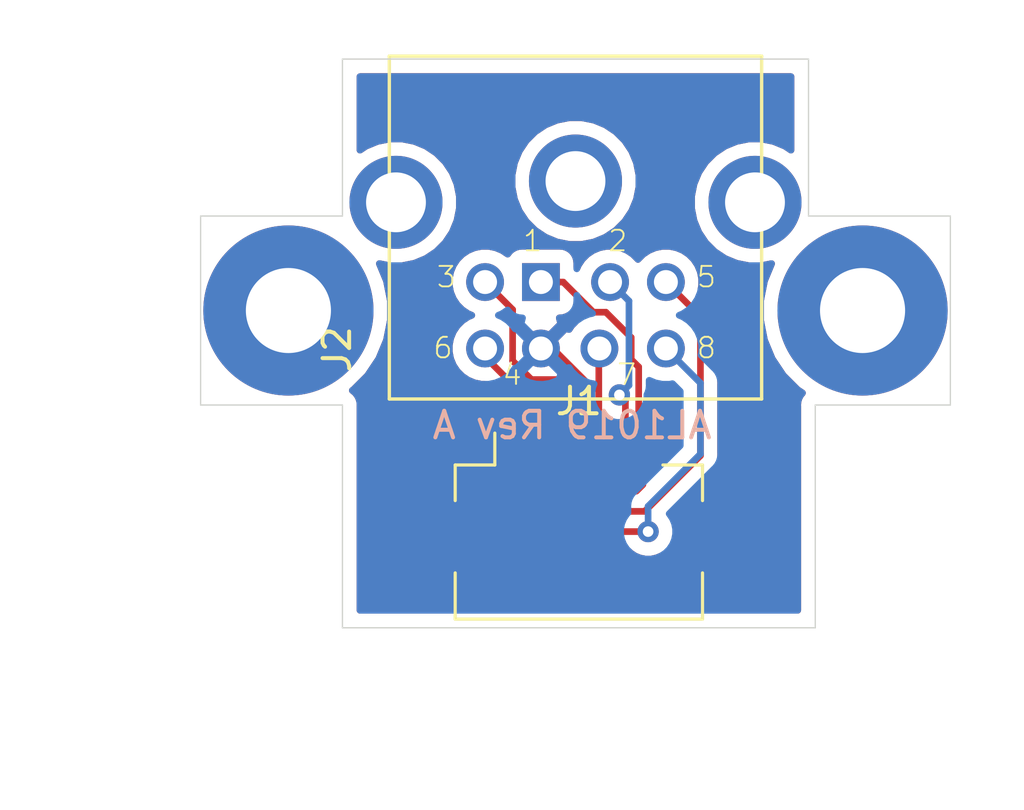
<source format=kicad_pcb>
(kicad_pcb (version 20171130) (host pcbnew 5.1.12-84ad8e8a86~92~ubuntu20.04.1)

  (general
    (thickness 1.6)
    (drawings 13)
    (tracks 57)
    (zones 0)
    (modules 4)
    (nets 10)
  )

  (page A4)
  (layers
    (0 F.Cu signal)
    (31 B.Cu signal)
    (32 B.Adhes user)
    (33 F.Adhes user)
    (34 B.Paste user)
    (35 F.Paste user)
    (36 B.SilkS user)
    (37 F.SilkS user)
    (38 B.Mask user)
    (39 F.Mask user)
    (40 Dwgs.User user)
    (41 Cmts.User user)
    (42 Eco1.User user)
    (43 Eco2.User user)
    (44 Edge.Cuts user)
    (45 Margin user)
    (46 B.CrtYd user)
    (47 F.CrtYd user)
    (48 B.Fab user)
    (49 F.Fab user)
  )

  (setup
    (last_trace_width 0.25)
    (trace_clearance 0.2)
    (zone_clearance 0.508)
    (zone_45_only no)
    (trace_min 0.2)
    (via_size 0.8)
    (via_drill 0.4)
    (via_min_size 0.4)
    (via_min_drill 0.3)
    (uvia_size 0.3)
    (uvia_drill 0.1)
    (uvias_allowed no)
    (uvia_min_size 0.2)
    (uvia_min_drill 0.1)
    (edge_width 0.05)
    (segment_width 0.2)
    (pcb_text_width 0.3)
    (pcb_text_size 1.5 1.5)
    (mod_edge_width 0.12)
    (mod_text_size 1 1)
    (mod_text_width 0.15)
    (pad_size 1.524 1.524)
    (pad_drill 0.762)
    (pad_to_mask_clearance 0)
    (aux_axis_origin 0 0)
    (visible_elements FFFFFF7F)
    (pcbplotparams
      (layerselection 0x010fc_ffffffff)
      (usegerberextensions true)
      (usegerberattributes true)
      (usegerberadvancedattributes true)
      (creategerberjobfile true)
      (excludeedgelayer true)
      (linewidth 0.150000)
      (plotframeref false)
      (viasonmask false)
      (mode 1)
      (useauxorigin false)
      (hpglpennumber 1)
      (hpglpenspeed 20)
      (hpglpendiameter 15.000000)
      (psnegative false)
      (psa4output false)
      (plotreference true)
      (plotvalue false)
      (plotinvisibletext false)
      (padsonsilk false)
      (subtractmaskfromsilk false)
      (outputformat 1)
      (mirror false)
      (drillshape 0)
      (scaleselection 1)
      (outputdirectory "cam/"))
  )

  (net 0 "")
  (net 1 /GPi)
  (net 2 /HSKo)
  (net 3 /HSKi)
  (net 4 /RXD-)
  (net 5 /RXD+)
  (net 6 /TXD-)
  (net 7 /TXD+)
  (net 8 GND)
  (net 9 +5V)

  (net_class Default "This is the default net class."
    (clearance 0.2)
    (trace_width 0.25)
    (via_dia 0.8)
    (via_drill 0.4)
    (uvia_dia 0.3)
    (uvia_drill 0.1)
    (add_net +5V)
    (add_net /GPi)
    (add_net /HSKi)
    (add_net /HSKo)
    (add_net /RXD+)
    (add_net /RXD-)
    (add_net /TXD+)
    (add_net /TXD-)
    (add_net GND)
  )

  (module Connector_FFC-FPC:Hirose_FH12-12S-0.5SH_1x12-1MP_P0.50mm_Horizontal (layer F.Cu) (tedit 5D24667B) (tstamp 61AF5BB6)
    (at 67.056 46.736)
    (descr "Hirose FH12, FFC/FPC connector, FH12-12S-0.5SH, 12 Pins per row (https://www.hirose.com/product/en/products/FH12/FH12-24S-0.5SH(55)/), generated with kicad-footprint-generator")
    (tags "connector Hirose FH12 horizontal")
    (path /61AF2236)
    (attr smd)
    (fp_text reference J1 (at 0 -3.7) (layer F.SilkS)
      (effects (font (size 1 1) (thickness 0.15)))
    )
    (fp_text value Conn_01x12 (at 0 5.6) (layer F.Fab)
      (effects (font (size 1 1) (thickness 0.15)))
    )
    (fp_text user %R (at 0 3.7) (layer F.Fab)
      (effects (font (size 1 1) (thickness 0.15)))
    )
    (fp_line (start 0 -1.2) (end -4.55 -1.2) (layer F.Fab) (width 0.1))
    (fp_line (start -4.55 -1.2) (end -4.55 3.4) (layer F.Fab) (width 0.1))
    (fp_line (start -4.55 3.4) (end -3.95 3.4) (layer F.Fab) (width 0.1))
    (fp_line (start -3.95 3.4) (end -3.95 3.7) (layer F.Fab) (width 0.1))
    (fp_line (start -3.95 3.7) (end -4.45 3.7) (layer F.Fab) (width 0.1))
    (fp_line (start -4.45 3.7) (end -4.45 4.4) (layer F.Fab) (width 0.1))
    (fp_line (start -4.45 4.4) (end 0 4.4) (layer F.Fab) (width 0.1))
    (fp_line (start 0 -1.2) (end 4.55 -1.2) (layer F.Fab) (width 0.1))
    (fp_line (start 4.55 -1.2) (end 4.55 3.4) (layer F.Fab) (width 0.1))
    (fp_line (start 4.55 3.4) (end 3.95 3.4) (layer F.Fab) (width 0.1))
    (fp_line (start 3.95 3.4) (end 3.95 3.7) (layer F.Fab) (width 0.1))
    (fp_line (start 3.95 3.7) (end 4.45 3.7) (layer F.Fab) (width 0.1))
    (fp_line (start 4.45 3.7) (end 4.45 4.4) (layer F.Fab) (width 0.1))
    (fp_line (start 4.45 4.4) (end 0 4.4) (layer F.Fab) (width 0.1))
    (fp_line (start -3.16 -1.3) (end -4.65 -1.3) (layer F.SilkS) (width 0.12))
    (fp_line (start -4.65 -1.3) (end -4.65 0.04) (layer F.SilkS) (width 0.12))
    (fp_line (start 3.16 -1.3) (end 4.65 -1.3) (layer F.SilkS) (width 0.12))
    (fp_line (start 4.65 -1.3) (end 4.65 0.04) (layer F.SilkS) (width 0.12))
    (fp_line (start -4.65 2.76) (end -4.65 4.5) (layer F.SilkS) (width 0.12))
    (fp_line (start -4.65 4.5) (end 4.65 4.5) (layer F.SilkS) (width 0.12))
    (fp_line (start 4.65 4.5) (end 4.65 2.76) (layer F.SilkS) (width 0.12))
    (fp_line (start -3.16 -1.3) (end -3.16 -2.5) (layer F.SilkS) (width 0.12))
    (fp_line (start -3.25 -1.2) (end -2.75 -0.492893) (layer F.Fab) (width 0.1))
    (fp_line (start -2.75 -0.492893) (end -2.25 -1.2) (layer F.Fab) (width 0.1))
    (fp_line (start -6.05 -3) (end -6.05 4.9) (layer F.CrtYd) (width 0.05))
    (fp_line (start -6.05 4.9) (end 6.05 4.9) (layer F.CrtYd) (width 0.05))
    (fp_line (start 6.05 4.9) (end 6.05 -3) (layer F.CrtYd) (width 0.05))
    (fp_line (start 6.05 -3) (end -6.05 -3) (layer F.CrtYd) (width 0.05))
    (pad 12 smd rect (at 2.75 -1.85) (size 0.3 1.3) (layers F.Cu F.Paste F.Mask)
      (net 9 +5V))
    (pad 11 smd rect (at 2.25 -1.85) (size 0.3 1.3) (layers F.Cu F.Paste F.Mask)
      (net 2 /HSKo))
    (pad 10 smd rect (at 1.75 -1.85) (size 0.3 1.3) (layers F.Cu F.Paste F.Mask)
      (net 3 /HSKi))
    (pad 9 smd rect (at 1.25 -1.85) (size 0.3 1.3) (layers F.Cu F.Paste F.Mask)
      (net 8 GND))
    (pad 8 smd rect (at 0.75 -1.85) (size 0.3 1.3) (layers F.Cu F.Paste F.Mask)
      (net 1 /GPi))
    (pad 7 smd rect (at 0.25 -1.85) (size 0.3 1.3) (layers F.Cu F.Paste F.Mask)
      (net 8 GND))
    (pad 6 smd rect (at -0.25 -1.85) (size 0.3 1.3) (layers F.Cu F.Paste F.Mask)
      (net 6 /TXD-))
    (pad 5 smd rect (at -0.75 -1.85) (size 0.3 1.3) (layers F.Cu F.Paste F.Mask)
      (net 7 /TXD+))
    (pad 4 smd rect (at -1.25 -1.85) (size 0.3 1.3) (layers F.Cu F.Paste F.Mask)
      (net 8 GND))
    (pad 3 smd rect (at -1.75 -1.85) (size 0.3 1.3) (layers F.Cu F.Paste F.Mask)
      (net 4 /RXD-))
    (pad 2 smd rect (at -2.25 -1.85) (size 0.3 1.3) (layers F.Cu F.Paste F.Mask)
      (net 5 /RXD+))
    (pad 1 smd rect (at -2.75 -1.85) (size 0.3 1.3) (layers F.Cu F.Paste F.Mask)
      (net 8 GND))
    (pad MP smd rect (at -4.65 1.4) (size 1.8 2.2) (layers F.Cu F.Paste F.Mask))
    (pad MP smd rect (at 4.65 1.4) (size 1.8 2.2) (layers F.Cu F.Paste F.Mask))
    (model ${KISYS3DMOD}/Connector_FFC-FPC.3dshapes/Hirose_FH12-12S-0.5SH_1x12-1MP_P0.50mm_Horizontal.wrl
      (at (xyz 0 0 0))
      (scale (xyz 1 1 1))
      (rotate (xyz 0 0 0))
    )
  )

  (module AL_Footprints:MINI_DIN8 (layer F.Cu) (tedit 6158B9D6) (tstamp 61544835)
    (at 66.929 34.753)
    (path /6154FF55)
    (fp_text reference J2 (at -8.382 7.284 -90) (layer F.SilkS)
      (effects (font (size 1 1) (thickness 0.15)) (justify left bottom))
    )
    (fp_text value Mini-DIN-8 (at -6.35 -2.59) (layer F.Fab)
      (effects (font (size 1.6891 1.6891) (thickness 0.16891)) (justify right bottom))
    )
    (fp_line (start 7 -4.7) (end -7 -4.7) (layer F.SilkS) (width 0.127))
    (fp_line (start -7 -4.7) (end -7 -0.25) (layer F.SilkS) (width 0.127))
    (fp_line (start -7 -0.25) (end -7 8.2) (layer F.SilkS) (width 0.127))
    (fp_line (start -7 8.2) (end 7 8.2) (layer F.SilkS) (width 0.127))
    (fp_line (start 7 8.2) (end 7 1.75) (layer F.SilkS) (width 0.127))
    (fp_line (start 7 1.75) (end 7 -0.25) (layer F.SilkS) (width 0.127))
    (fp_line (start 7 -0.25) (end 7 -4.7) (layer F.SilkS) (width 0.127))
    (fp_line (start 7 -0.25) (end 6.7 -0.25) (layer F.SilkS) (width 0.127))
    (fp_line (start 6.7 -0.25) (end 6.7 1.75) (layer F.SilkS) (width 0.127))
    (fp_line (start 6.7 1.75) (end 7 1.75) (layer F.SilkS) (width 0.127))
    (fp_line (start -7 -0.25) (end -6.7 -0.25) (layer F.SilkS) (width 0.127))
    (fp_line (start -6.7 -0.25) (end -6.7 1.75) (layer F.SilkS) (width 0.127))
    (fp_line (start -6.7 1.75) (end -6.95 1.75) (layer F.SilkS) (width 0.127))
    (fp_text user 4 (at -1.972 7.731 180) (layer F.SilkS)
      (effects (font (size 0.77216 0.77216) (thickness 0.065024)) (justify right bottom))
    )
    (fp_text user 4 (at -1.972 7.731 180) (layer F.SilkS)
      (effects (font (size 0.77216 0.77216) (thickness 0.065024)) (justify right bottom))
    )
    (fp_text user 7 (at 2.334 7.731 180) (layer F.SilkS)
      (effects (font (size 0.77216 0.77216) (thickness 0.065024)) (justify right bottom))
    )
    (fp_text user 7 (at 2.334 7.731 180) (layer F.SilkS)
      (effects (font (size 0.77216 0.77216) (thickness 0.065024)) (justify right bottom))
    )
    (fp_text user 2 (at 2 2.7 180) (layer F.SilkS)
      (effects (font (size 0.77216 0.77216) (thickness 0.065024)) (justify right bottom))
    )
    (fp_text user 5 (at 5.334 4.064 180) (layer F.SilkS)
      (effects (font (size 0.77216 0.77216) (thickness 0.065024)) (justify right bottom))
    )
    (fp_text user 6 (at -4.572 6.731 180) (layer F.SilkS)
      (effects (font (size 0.77216 0.77216) (thickness 0.065024)) (justify right bottom))
    )
    (fp_text user 1 (at -1.2 2.7 180) (layer F.SilkS)
      (effects (font (size 0.77216 0.77216) (thickness 0.065024)) (justify right bottom))
    )
    (fp_text user 3 (at -4.445 4.064 180) (layer F.SilkS)
      (effects (font (size 0.77216 0.77216) (thickness 0.065024)) (justify right bottom))
    )
    (fp_text user 8 (at 5.334 6.731 180) (layer F.SilkS)
      (effects (font (size 0.77216 0.77216) (thickness 0.065024)) (justify right bottom))
    )
    (fp_text user 8 (at 5.334 6.731 180) (layer F.SilkS)
      (effects (font (size 0.77216 0.77216) (thickness 0.065024)) (justify right bottom))
    )
    (fp_text user 6 (at -4.572 6.731 180) (layer F.SilkS)
      (effects (font (size 0.77216 0.77216) (thickness 0.065024)) (justify right bottom))
    )
    (fp_text user 5 (at 5.334 4.064 180) (layer F.SilkS)
      (effects (font (size 0.77216 0.77216) (thickness 0.065024)) (justify right bottom))
    )
    (fp_text user 3 (at -4.445 4.064 180) (layer F.SilkS)
      (effects (font (size 0.77216 0.77216) (thickness 0.065024)) (justify right bottom))
    )
    (fp_text user 2 (at 2 2.7 180) (layer F.SilkS)
      (effects (font (size 0.77216 0.77216) (thickness 0.065024)) (justify right bottom))
    )
    (fp_text user 1 (at -1.2 2.7 180) (layer F.SilkS)
      (effects (font (size 0.77216 0.77216) (thickness 0.065024)) (justify right bottom))
    )
    (pad 7 thru_hole circle (at 0.9 6.3) (size 1.4224 1.4224) (drill 0.9) (layers *.Cu *.Mask)
      (net 1 /GPi) (solder_mask_margin 0.0508))
    (pad 4 thru_hole circle (at -1.3 6.3) (size 1.4224 1.4224) (drill 0.9) (layers *.Cu *.Mask)
      (net 8 GND) (solder_mask_margin 0.0508))
    (pad 6 thru_hole circle (at -3.4 6.3) (size 1.4224 1.4224) (drill 0.9) (layers *.Cu *.Mask)
      (net 7 /TXD+) (solder_mask_margin 0.0508))
    (pad 8 thru_hole circle (at 3.4 6.3) (size 1.4224 1.4224) (drill 0.9) (layers *.Cu *.Mask)
      (net 5 /RXD+) (solder_mask_margin 0.0508))
    (pad 5 thru_hole circle (at 3.4 3.8) (size 1.4224 1.4224) (drill 0.9) (layers *.Cu *.Mask)
      (net 4 /RXD-) (solder_mask_margin 0.0508))
    (pad 3 thru_hole circle (at -3.4 3.8) (size 1.4224 1.4224) (drill 0.9) (layers *.Cu *.Mask)
      (net 6 /TXD-) (solder_mask_margin 0.0508))
    (pad 1 thru_hole rect (at -1.3 3.8) (size 1.4224 1.4224) (drill 0.9) (layers *.Cu *.Mask)
      (net 2 /HSKo) (solder_mask_margin 0.0508))
    (pad 2 thru_hole circle (at 1.3 3.8) (size 1.4224 1.4224) (drill 0.9) (layers *.Cu *.Mask)
      (net 3 /HSKi) (solder_mask_margin 0.0508))
    (pad SH2 thru_hole circle (at 0 0) (size 3.5 3.5) (drill 2.25) (layers *.Cu *.Mask)
      (solder_mask_margin 0.0508))
    (pad SH3 thru_hole circle (at -6.75 0.8) (size 3.5 3.5) (drill 2.25) (layers *.Cu *.Mask)
      (solder_mask_margin 0.0508))
    (pad SH1 thru_hole circle (at 6.75 0.8) (size 3.5 3.5) (drill 2.25) (layers *.Cu *.Mask)
      (solder_mask_margin 0.0508))
    (model "/home/jjlange/Nextcloud/Projects/KiCAD Libraries/packages3d/Mini-DIN-6P.step"
      (offset (xyz 0 4.75 6.75))
      (scale (xyz 1 1 1))
      (rotate (xyz 0 0 90))
    )
  )

  (module MountingHole:MountingHole_3.2mm_M3_Pad (layer F.Cu) (tedit 56D1B4CB) (tstamp 615447E9)
    (at 77.724 39.624)
    (descr "Mounting Hole 3.2mm, M3")
    (tags "mounting hole 3.2mm m3")
    (path /61552AA5)
    (attr virtual)
    (fp_text reference H2 (at 0 -4.2) (layer F.SilkS) hide
      (effects (font (size 1 1) (thickness 0.15)))
    )
    (fp_text value MountingHole (at 0 4.2) (layer F.Fab)
      (effects (font (size 1 1) (thickness 0.15)))
    )
    (fp_circle (center 0 0) (end 3.45 0) (layer F.CrtYd) (width 0.05))
    (fp_circle (center 0 0) (end 3.2 0) (layer Cmts.User) (width 0.15))
    (fp_text user %R (at 0.3 0) (layer F.Fab)
      (effects (font (size 1 1) (thickness 0.15)))
    )
    (pad 1 thru_hole circle (at 0 0) (size 6.4 6.4) (drill 3.2) (layers *.Cu *.Mask))
  )

  (module MountingHole:MountingHole_3.2mm_M3_Pad (layer F.Cu) (tedit 56D1B4CB) (tstamp 615449E2)
    (at 56.134 39.624)
    (descr "Mounting Hole 3.2mm, M3")
    (tags "mounting hole 3.2mm m3")
    (path /61552449)
    (attr virtual)
    (fp_text reference H1 (at 0 -4.2) (layer F.SilkS) hide
      (effects (font (size 1 1) (thickness 0.15)))
    )
    (fp_text value MountingHole (at 0 4.2) (layer F.Fab)
      (effects (font (size 1 1) (thickness 0.15)))
    )
    (fp_circle (center 0 0) (end 3.45 0) (layer F.CrtYd) (width 0.05))
    (fp_circle (center 0 0) (end 3.2 0) (layer Cmts.User) (width 0.15))
    (fp_text user %R (at 0.3 0) (layer F.Fab)
      (effects (font (size 1 1) (thickness 0.15)))
    )
    (pad 1 thru_hole circle (at 0 0) (size 6.4 6.4) (drill 3.2) (layers *.Cu *.Mask))
  )

  (gr_text "AL1019 Rev A" (at 66.802 43.942) (layer B.SilkS)
    (effects (font (size 1 1) (thickness 0.15)) (justify mirror))
  )
  (gr_line (start 58.166 36.068) (end 58.166 30.1625) (layer Edge.Cuts) (width 0.05) (tstamp 6154488E))
  (gr_line (start 52.832 36.068) (end 58.166 36.068) (layer Edge.Cuts) (width 0.05))
  (gr_line (start 52.832 43.18) (end 52.832 36.068) (layer Edge.Cuts) (width 0.05))
  (gr_line (start 58.166 43.18) (end 52.832 43.18) (layer Edge.Cuts) (width 0.05))
  (gr_line (start 58.166 51.562) (end 58.166 43.18) (layer Edge.Cuts) (width 0.05))
  (gr_line (start 75.946 51.562) (end 58.166 51.562) (layer Edge.Cuts) (width 0.05))
  (gr_line (start 75.946 43.18) (end 75.946 51.562) (layer Edge.Cuts) (width 0.05))
  (gr_line (start 81.026 43.18) (end 75.946 43.18) (layer Edge.Cuts) (width 0.05))
  (gr_line (start 81.026 36.068) (end 81.026 43.18) (layer Edge.Cuts) (width 0.05))
  (gr_line (start 75.692 36.068) (end 81.026 36.068) (layer Edge.Cuts) (width 0.05))
  (gr_line (start 75.692 30.1625) (end 75.692 36.068) (layer Edge.Cuts) (width 0.05))
  (gr_line (start 58.166 30.1625) (end 75.692 30.1625) (layer Edge.Cuts) (width 0.05))

  (segment (start 67.806 41.076) (end 67.829 41.053) (width 0.25) (layer F.Cu) (net 1))
  (segment (start 67.806 44.886) (end 67.806 41.076) (width 0.25) (layer F.Cu) (net 1))
  (segment (start 66.467211 38.553) (end 65.629 38.553) (width 0.25) (layer F.Cu) (net 2))
  (segment (start 67.601711 39.6875) (end 66.467211 38.553) (width 0.25) (layer F.Cu) (net 2))
  (segment (start 69.0245 40.64) (end 68.072 39.6875) (width 0.25) (layer F.Cu) (net 2))
  (segment (start 68.072 39.6875) (end 67.601711 39.6875) (width 0.25) (layer F.Cu) (net 2))
  (segment (start 69.0245 41.4655) (end 69.0245 40.64) (width 0.25) (layer F.Cu) (net 2))
  (segment (start 69.306 41.747) (end 69.0245 41.4655) (width 0.25) (layer F.Cu) (net 2))
  (segment (start 69.306 44.886) (end 69.306 41.747) (width 0.25) (layer F.Cu) (net 2))
  (via (at 68.58 42.799) (size 0.8) (drill 0.4) (layers F.Cu B.Cu) (net 3))
  (segment (start 68.940199 39.264199) (end 68.940199 42.438801) (width 0.25) (layer B.Cu) (net 3))
  (segment (start 68.229 38.553) (end 68.940199 39.264199) (width 0.25) (layer B.Cu) (net 3))
  (segment (start 68.940199 42.438801) (end 68.58 42.799) (width 0.25) (layer B.Cu) (net 3))
  (segment (start 68.806 43.025) (end 68.806 44.886) (width 0.25) (layer F.Cu) (net 3))
  (segment (start 68.58 42.799) (end 68.806 43.025) (width 0.25) (layer F.Cu) (net 3))
  (segment (start 71.628 39.852) (end 70.329 38.553) (width 0.25) (layer F.Cu) (net 4))
  (segment (start 71.628 45.085) (end 71.628 39.852) (width 0.25) (layer F.Cu) (net 4))
  (segment (start 69.5325 47.1805) (end 71.628 45.085) (width 0.25) (layer F.Cu) (net 4))
  (segment (start 65.659 47.1805) (end 69.5325 47.1805) (width 0.25) (layer F.Cu) (net 4))
  (segment (start 65.306 46.8275) (end 65.659 47.1805) (width 0.25) (layer F.Cu) (net 4))
  (segment (start 65.306 44.886) (end 65.306 46.8275) (width 0.25) (layer F.Cu) (net 4))
  (via (at 69.6595 47.9425) (size 0.8) (drill 0.4) (layers F.Cu B.Cu) (net 5))
  (segment (start 69.6595 47.9425) (end 69.6595 46.99) (width 0.25) (layer B.Cu) (net 5))
  (segment (start 69.6595 46.99) (end 71.628 45.0215) (width 0.25) (layer B.Cu) (net 5))
  (segment (start 71.628 42.352) (end 70.329 41.053) (width 0.25) (layer B.Cu) (net 5))
  (segment (start 71.628 45.0215) (end 71.628 42.352) (width 0.25) (layer B.Cu) (net 5))
  (segment (start 65.7225 47.9425) (end 69.6595 47.9425) (width 0.25) (layer F.Cu) (net 5))
  (segment (start 64.806 47.026) (end 65.7225 47.9425) (width 0.25) (layer F.Cu) (net 5))
  (segment (start 64.806 44.886) (end 64.806 47.026) (width 0.25) (layer F.Cu) (net 5))
  (segment (start 66.807509 42.739598) (end 66.2899 42.221989) (width 0.25) (layer F.Cu) (net 6))
  (segment (start 66.806 44.886) (end 66.807509 44.884491) (width 0.25) (layer F.Cu) (net 6))
  (segment (start 66.807509 44.884491) (end 66.807509 42.739598) (width 0.25) (layer F.Cu) (net 6))
  (segment (start 66.2899 42.221989) (end 65.2739 42.221989) (width 0.25) (layer F.Cu) (net 6))
  (segment (start 65.2739 42.221989) (end 64.565201 41.51329) (width 0.25) (layer F.Cu) (net 6))
  (segment (start 64.565201 41.51329) (end 64.565201 39.589201) (width 0.25) (layer F.Cu) (net 6))
  (segment (start 64.565201 39.589201) (end 63.529 38.553) (width 0.25) (layer F.Cu) (net 6))
  (segment (start 63.529 41.053) (end 63.529 41.3675) (width 0.25) (layer F.Cu) (net 7))
  (segment (start 63.529 41.3675) (end 64.9605 42.799) (width 0.25) (layer F.Cu) (net 7))
  (segment (start 64.9605 42.799) (end 66.1035 42.799) (width 0.25) (layer F.Cu) (net 7))
  (segment (start 66.306 43.0015) (end 66.306 44.886) (width 0.25) (layer F.Cu) (net 7))
  (segment (start 66.1035 42.799) (end 66.306 43.0015) (width 0.25) (layer F.Cu) (net 7))
  (segment (start 67.306 44.886) (end 67.306 42.287) (width 0.25) (layer F.Cu) (net 8))
  (segment (start 66.072 41.053) (end 65.629 41.053) (width 0.25) (layer F.Cu) (net 8))
  (segment (start 67.306 42.287) (end 66.072 41.053) (width 0.25) (layer F.Cu) (net 8))
  (segment (start 64.306 44.886) (end 64.306 43.644) (width 0.25) (layer F.Cu) (net 8))
  (segment (start 64.306 43.644) (end 64.4525 43.4975) (width 0.25) (layer F.Cu) (net 8))
  (segment (start 64.4525 43.4975) (end 65.659 43.4975) (width 0.25) (layer F.Cu) (net 8))
  (segment (start 65.806 43.6445) (end 65.806 44.886) (width 0.25) (layer F.Cu) (net 8))
  (segment (start 65.659 43.4975) (end 65.806 43.6445) (width 0.25) (layer F.Cu) (net 8))
  (segment (start 65.806 44.886) (end 65.806 46.1845) (width 0.25) (layer F.Cu) (net 8))
  (segment (start 65.806 46.1845) (end 65.913 46.2915) (width 0.25) (layer F.Cu) (net 8))
  (segment (start 65.913 46.2915) (end 67.3735 46.2915) (width 0.25) (layer F.Cu) (net 8))
  (segment (start 67.306 46.224) (end 67.306 44.886) (width 0.25) (layer F.Cu) (net 8))
  (segment (start 67.3735 46.2915) (end 67.306 46.224) (width 0.25) (layer F.Cu) (net 8))
  (segment (start 67.3735 46.2915) (end 68.1355 46.2915) (width 0.25) (layer F.Cu) (net 8))
  (segment (start 68.306 46.121) (end 68.306 44.886) (width 0.25) (layer F.Cu) (net 8))
  (segment (start 68.1355 46.2915) (end 68.306 46.121) (width 0.25) (layer F.Cu) (net 8))

  (zone (net 8) (net_name GND) (layer B.Cu) (tstamp 6158D32A) (hatch edge 0.508)
    (connect_pads (clearance 0.508))
    (min_thickness 0.254)
    (fill yes (arc_segments 32) (thermal_gap 0.508) (thermal_bridge_width 0.508))
    (polygon
      (pts
        (xy 83.82 58.42) (xy 49.276 58.42) (xy 49.276 27.94) (xy 83.82 27.94)
      )
    )
    (filled_polygon
      (pts
        (xy 75.032001 33.588631) (xy 74.808721 33.43944) (xy 74.374679 33.259654) (xy 73.913902 33.168) (xy 73.444098 33.168)
        (xy 72.983321 33.259654) (xy 72.549279 33.43944) (xy 72.158651 33.70045) (xy 71.82645 34.032651) (xy 71.56544 34.423279)
        (xy 71.385654 34.857321) (xy 71.294 35.318098) (xy 71.294 35.787902) (xy 71.385654 36.248679) (xy 71.56544 36.682721)
        (xy 71.82645 37.073349) (xy 72.158651 37.40555) (xy 72.549279 37.66656) (xy 72.983321 37.846346) (xy 73.444098 37.938)
        (xy 73.913902 37.938) (xy 74.303489 37.860507) (xy 74.036377 38.505372) (xy 73.889 39.246285) (xy 73.889 40.001715)
        (xy 74.036377 40.742628) (xy 74.325467 41.440554) (xy 74.745161 42.06867) (xy 75.27933 42.602839) (xy 75.464384 42.726488)
        (xy 75.394575 42.81155) (xy 75.33329 42.926207) (xy 75.29555 43.050617) (xy 75.282807 43.18) (xy 75.286 43.212418)
        (xy 75.286001 50.902) (xy 58.826 50.902) (xy 58.826 43.212418) (xy 58.829193 43.18) (xy 58.81645 43.050617)
        (xy 58.77871 42.926207) (xy 58.717425 42.81155) (xy 58.634948 42.711052) (xy 58.53701 42.630676) (xy 58.57867 42.602839)
        (xy 59.112839 42.06867) (xy 59.532533 41.440554) (xy 59.821623 40.742628) (xy 59.969 40.001715) (xy 59.969 39.246285)
        (xy 59.821623 38.505372) (xy 59.786431 38.420411) (xy 62.1828 38.420411) (xy 62.1828 38.685589) (xy 62.234533 38.945672)
        (xy 62.336013 39.190665) (xy 62.483338 39.411153) (xy 62.670847 39.598662) (xy 62.891335 39.745987) (xy 63.028976 39.803)
        (xy 62.891335 39.860013) (xy 62.670847 40.007338) (xy 62.483338 40.194847) (xy 62.336013 40.415335) (xy 62.234533 40.660328)
        (xy 62.1828 40.920411) (xy 62.1828 41.185589) (xy 62.234533 41.445672) (xy 62.336013 41.690665) (xy 62.483338 41.911153)
        (xy 62.670847 42.098662) (xy 62.891335 42.245987) (xy 63.136328 42.347467) (xy 63.396411 42.3992) (xy 63.661589 42.3992)
        (xy 63.921672 42.347467) (xy 64.166665 42.245987) (xy 64.387153 42.098662) (xy 64.503542 41.982273) (xy 64.879332 41.982273)
        (xy 64.940152 42.217183) (xy 65.180509 42.329202) (xy 65.438102 42.392176) (xy 65.70303 42.403687) (xy 65.965113 42.363291)
        (xy 66.21428 42.272542) (xy 66.317848 42.217183) (xy 66.378668 41.982273) (xy 65.629 41.232605) (xy 64.879332 41.982273)
        (xy 64.503542 41.982273) (xy 64.574662 41.911153) (xy 64.654903 41.791063) (xy 64.699727 41.802668) (xy 65.449395 41.053)
        (xy 64.699727 40.303332) (xy 64.654903 40.314937) (xy 64.574662 40.194847) (xy 64.387153 40.007338) (xy 64.166665 39.860013)
        (xy 64.029024 39.803) (xy 64.166665 39.745987) (xy 64.379344 39.60388) (xy 64.387263 39.618694) (xy 64.466615 39.715385)
        (xy 64.563306 39.794737) (xy 64.67362 39.853702) (xy 64.793318 39.890012) (xy 64.9178 39.902272) (xy 64.936668 39.902272)
        (xy 64.879332 40.123727) (xy 65.629 40.873395) (xy 66.378668 40.123727) (xy 66.321332 39.902272) (xy 66.3402 39.902272)
        (xy 66.464682 39.890012) (xy 66.58438 39.853702) (xy 66.694694 39.794737) (xy 66.791385 39.715385) (xy 66.870737 39.618694)
        (xy 66.929702 39.50838) (xy 66.966012 39.388682) (xy 66.978272 39.2642) (xy 66.978272 39.051267) (xy 67.036013 39.190665)
        (xy 67.183338 39.411153) (xy 67.370847 39.598662) (xy 67.570246 39.731896) (xy 67.436328 39.758533) (xy 67.191335 39.860013)
        (xy 66.970847 40.007338) (xy 66.783338 40.194847) (xy 66.688348 40.337009) (xy 66.558273 40.303332) (xy 65.808605 41.053)
        (xy 66.558273 41.802668) (xy 66.688348 41.768991) (xy 66.783338 41.911153) (xy 66.970847 42.098662) (xy 67.191335 42.245987)
        (xy 67.436328 42.347467) (xy 67.630738 42.386137) (xy 67.584774 42.497102) (xy 67.545 42.697061) (xy 67.545 42.900939)
        (xy 67.584774 43.100898) (xy 67.662795 43.289256) (xy 67.776063 43.458774) (xy 67.920226 43.602937) (xy 68.089744 43.716205)
        (xy 68.278102 43.794226) (xy 68.478061 43.834) (xy 68.681939 43.834) (xy 68.881898 43.794226) (xy 69.070256 43.716205)
        (xy 69.239774 43.602937) (xy 69.383937 43.458774) (xy 69.497205 43.289256) (xy 69.575226 43.100898) (xy 69.615 42.900939)
        (xy 69.615 42.788567) (xy 69.645745 42.731048) (xy 69.689202 42.587787) (xy 69.700199 42.476134) (xy 69.700199 42.476125)
        (xy 69.703875 42.438802) (xy 69.700199 42.401479) (xy 69.700199 42.249659) (xy 69.936328 42.347467) (xy 70.196411 42.3992)
        (xy 70.461589 42.3992) (xy 70.577368 42.37617) (xy 70.868001 42.666804) (xy 70.868 44.706697) (xy 69.148498 46.426201)
        (xy 69.1195 46.449999) (xy 69.095702 46.478997) (xy 69.095701 46.478998) (xy 69.024526 46.565724) (xy 68.953954 46.697754)
        (xy 68.910498 46.841015) (xy 68.895824 46.99) (xy 68.899501 47.027332) (xy 68.899501 47.238788) (xy 68.855563 47.282726)
        (xy 68.742295 47.452244) (xy 68.664274 47.640602) (xy 68.6245 47.840561) (xy 68.6245 48.044439) (xy 68.664274 48.244398)
        (xy 68.742295 48.432756) (xy 68.855563 48.602274) (xy 68.999726 48.746437) (xy 69.169244 48.859705) (xy 69.357602 48.937726)
        (xy 69.557561 48.9775) (xy 69.761439 48.9775) (xy 69.961398 48.937726) (xy 70.149756 48.859705) (xy 70.319274 48.746437)
        (xy 70.463437 48.602274) (xy 70.576705 48.432756) (xy 70.654726 48.244398) (xy 70.6945 48.044439) (xy 70.6945 47.840561)
        (xy 70.654726 47.640602) (xy 70.576705 47.452244) (xy 70.463437 47.282726) (xy 70.452506 47.271795) (xy 72.139009 45.585294)
        (xy 72.168001 45.561501) (xy 72.191795 45.532508) (xy 72.191799 45.532504) (xy 72.262973 45.445777) (xy 72.262974 45.445776)
        (xy 72.333546 45.313747) (xy 72.377003 45.170486) (xy 72.388 45.058833) (xy 72.388 45.058824) (xy 72.391676 45.021501)
        (xy 72.388 44.984178) (xy 72.388 42.389322) (xy 72.391676 42.351999) (xy 72.388 42.314676) (xy 72.388 42.314667)
        (xy 72.377003 42.203014) (xy 72.333546 42.059753) (xy 72.262974 41.927724) (xy 72.225281 41.881795) (xy 72.191799 41.840996)
        (xy 72.191795 41.840992) (xy 72.168001 41.811999) (xy 72.139008 41.788205) (xy 71.65217 41.301368) (xy 71.6752 41.185589)
        (xy 71.6752 40.920411) (xy 71.623467 40.660328) (xy 71.521987 40.415335) (xy 71.374662 40.194847) (xy 71.187153 40.007338)
        (xy 70.966665 39.860013) (xy 70.829024 39.803) (xy 70.966665 39.745987) (xy 71.187153 39.598662) (xy 71.374662 39.411153)
        (xy 71.521987 39.190665) (xy 71.623467 38.945672) (xy 71.6752 38.685589) (xy 71.6752 38.420411) (xy 71.623467 38.160328)
        (xy 71.521987 37.915335) (xy 71.374662 37.694847) (xy 71.187153 37.507338) (xy 70.966665 37.360013) (xy 70.721672 37.258533)
        (xy 70.461589 37.2068) (xy 70.196411 37.2068) (xy 69.936328 37.258533) (xy 69.691335 37.360013) (xy 69.470847 37.507338)
        (xy 69.283338 37.694847) (xy 69.279 37.701339) (xy 69.274662 37.694847) (xy 69.087153 37.507338) (xy 68.866665 37.360013)
        (xy 68.621672 37.258533) (xy 68.361589 37.2068) (xy 68.096411 37.2068) (xy 67.836328 37.258533) (xy 67.591335 37.360013)
        (xy 67.370847 37.507338) (xy 67.183338 37.694847) (xy 67.036013 37.915335) (xy 66.978272 38.054733) (xy 66.978272 37.8418)
        (xy 66.966012 37.717318) (xy 66.929702 37.59762) (xy 66.870737 37.487306) (xy 66.791385 37.390615) (xy 66.694694 37.311263)
        (xy 66.58438 37.252298) (xy 66.464682 37.215988) (xy 66.3402 37.203728) (xy 64.9178 37.203728) (xy 64.793318 37.215988)
        (xy 64.67362 37.252298) (xy 64.563306 37.311263) (xy 64.466615 37.390615) (xy 64.387263 37.487306) (xy 64.379344 37.50212)
        (xy 64.166665 37.360013) (xy 63.921672 37.258533) (xy 63.661589 37.2068) (xy 63.396411 37.2068) (xy 63.136328 37.258533)
        (xy 62.891335 37.360013) (xy 62.670847 37.507338) (xy 62.483338 37.694847) (xy 62.336013 37.915335) (xy 62.234533 38.160328)
        (xy 62.1828 38.420411) (xy 59.786431 38.420411) (xy 59.554511 37.860507) (xy 59.944098 37.938) (xy 60.413902 37.938)
        (xy 60.874679 37.846346) (xy 61.308721 37.66656) (xy 61.699349 37.40555) (xy 62.03155 37.073349) (xy 62.29256 36.682721)
        (xy 62.472346 36.248679) (xy 62.564 35.787902) (xy 62.564 35.318098) (xy 62.472346 34.857321) (xy 62.331836 34.518098)
        (xy 64.544 34.518098) (xy 64.544 34.987902) (xy 64.635654 35.448679) (xy 64.81544 35.882721) (xy 65.07645 36.273349)
        (xy 65.408651 36.60555) (xy 65.799279 36.86656) (xy 66.233321 37.046346) (xy 66.694098 37.138) (xy 67.163902 37.138)
        (xy 67.624679 37.046346) (xy 68.058721 36.86656) (xy 68.449349 36.60555) (xy 68.78155 36.273349) (xy 69.04256 35.882721)
        (xy 69.222346 35.448679) (xy 69.314 34.987902) (xy 69.314 34.518098) (xy 69.222346 34.057321) (xy 69.04256 33.623279)
        (xy 68.78155 33.232651) (xy 68.449349 32.90045) (xy 68.058721 32.63944) (xy 67.624679 32.459654) (xy 67.163902 32.368)
        (xy 66.694098 32.368) (xy 66.233321 32.459654) (xy 65.799279 32.63944) (xy 65.408651 32.90045) (xy 65.07645 33.232651)
        (xy 64.81544 33.623279) (xy 64.635654 34.057321) (xy 64.544 34.518098) (xy 62.331836 34.518098) (xy 62.29256 34.423279)
        (xy 62.03155 34.032651) (xy 61.699349 33.70045) (xy 61.308721 33.43944) (xy 60.874679 33.259654) (xy 60.413902 33.168)
        (xy 59.944098 33.168) (xy 59.483321 33.259654) (xy 59.049279 33.43944) (xy 58.826 33.588631) (xy 58.826 30.8225)
        (xy 75.032 30.8225)
      )
    )
  )
  (zone (net 8) (net_name GND) (layer F.Cu) (tstamp 6158D327) (hatch edge 0.508)
    (connect_pads (clearance 0.508))
    (min_thickness 0.254)
    (fill yes (arc_segments 32) (thermal_gap 0.508) (thermal_bridge_width 0.508))
    (polygon
      (pts
        (xy 83.82 58.42) (xy 49.276 58.42) (xy 49.276 27.94) (xy 83.82 27.94)
      )
    )
    (filled_polygon
      (pts
        (xy 75.032001 33.588631) (xy 74.808721 33.43944) (xy 74.374679 33.259654) (xy 73.913902 33.168) (xy 73.444098 33.168)
        (xy 72.983321 33.259654) (xy 72.549279 33.43944) (xy 72.158651 33.70045) (xy 71.82645 34.032651) (xy 71.56544 34.423279)
        (xy 71.385654 34.857321) (xy 71.294 35.318098) (xy 71.294 35.787902) (xy 71.385654 36.248679) (xy 71.56544 36.682721)
        (xy 71.82645 37.073349) (xy 72.158651 37.40555) (xy 72.549279 37.66656) (xy 72.983321 37.846346) (xy 73.444098 37.938)
        (xy 73.913902 37.938) (xy 74.303489 37.860507) (xy 74.036377 38.505372) (xy 73.889 39.246285) (xy 73.889 40.001715)
        (xy 74.036377 40.742628) (xy 74.325467 41.440554) (xy 74.745161 42.06867) (xy 75.27933 42.602839) (xy 75.464384 42.726488)
        (xy 75.394575 42.81155) (xy 75.33329 42.926207) (xy 75.29555 43.050617) (xy 75.282807 43.18) (xy 75.286 43.212418)
        (xy 75.286001 50.902) (xy 58.826 50.902) (xy 58.826 47.036) (xy 60.867928 47.036) (xy 60.867928 49.236)
        (xy 60.880188 49.360482) (xy 60.916498 49.48018) (xy 60.975463 49.590494) (xy 61.054815 49.687185) (xy 61.151506 49.766537)
        (xy 61.26182 49.825502) (xy 61.381518 49.861812) (xy 61.506 49.874072) (xy 63.306 49.874072) (xy 63.430482 49.861812)
        (xy 63.55018 49.825502) (xy 63.660494 49.766537) (xy 63.757185 49.687185) (xy 63.836537 49.590494) (xy 63.895502 49.48018)
        (xy 63.931812 49.360482) (xy 63.944072 49.236) (xy 63.944072 47.036) (xy 63.931812 46.911518) (xy 63.895502 46.79182)
        (xy 63.836537 46.681506) (xy 63.757185 46.584815) (xy 63.660494 46.505463) (xy 63.55018 46.446498) (xy 63.430482 46.410188)
        (xy 63.306 46.397928) (xy 61.506 46.397928) (xy 61.381518 46.410188) (xy 61.26182 46.446498) (xy 61.151506 46.505463)
        (xy 61.054815 46.584815) (xy 60.975463 46.681506) (xy 60.916498 46.79182) (xy 60.880188 46.911518) (xy 60.867928 47.036)
        (xy 58.826 47.036) (xy 58.826 43.212418) (xy 58.829193 43.18) (xy 58.81645 43.050617) (xy 58.77871 42.926207)
        (xy 58.717425 42.81155) (xy 58.634948 42.711052) (xy 58.53701 42.630676) (xy 58.57867 42.602839) (xy 59.112839 42.06867)
        (xy 59.532533 41.440554) (xy 59.821623 40.742628) (xy 59.969 40.001715) (xy 59.969 39.246285) (xy 59.821623 38.505372)
        (xy 59.786431 38.420411) (xy 62.1828 38.420411) (xy 62.1828 38.685589) (xy 62.234533 38.945672) (xy 62.336013 39.190665)
        (xy 62.483338 39.411153) (xy 62.670847 39.598662) (xy 62.891335 39.745987) (xy 63.028976 39.803) (xy 62.891335 39.860013)
        (xy 62.670847 40.007338) (xy 62.483338 40.194847) (xy 62.336013 40.415335) (xy 62.234533 40.660328) (xy 62.1828 40.920411)
        (xy 62.1828 41.185589) (xy 62.234533 41.445672) (xy 62.336013 41.690665) (xy 62.483338 41.911153) (xy 62.670847 42.098662)
        (xy 62.891335 42.245987) (xy 63.136328 42.347467) (xy 63.396411 42.3992) (xy 63.485899 42.3992) (xy 64.3967 43.310002)
        (xy 64.420499 43.339001) (xy 64.536224 43.433974) (xy 64.668253 43.504546) (xy 64.811514 43.548003) (xy 64.923167 43.559)
        (xy 64.923175 43.559) (xy 64.9605 43.562676) (xy 64.997825 43.559) (xy 65.546 43.559) (xy 65.546 43.606792)
        (xy 65.456 43.597928) (xy 65.156 43.597928) (xy 65.056 43.607777) (xy 64.956 43.597928) (xy 64.656 43.597928)
        (xy 64.552535 43.608118) (xy 64.48775 43.601) (xy 64.455503 43.633247) (xy 64.41182 43.646498) (xy 64.301506 43.705463)
        (xy 64.261525 43.738275) (xy 64.12425 43.601) (xy 64.021268 43.612315) (xy 63.902182 43.650584) (xy 63.79285 43.71135)
        (xy 63.697474 43.792278) (xy 63.619718 43.890258) (xy 63.562572 44.001525) (xy 63.52823 44.121802) (xy 63.518014 44.246468)
        (xy 63.521 44.60025) (xy 63.67975 44.759) (xy 64.017928 44.759) (xy 64.017928 45.013) (xy 63.67975 45.013)
        (xy 63.521 45.17175) (xy 63.518014 45.525532) (xy 63.52823 45.650198) (xy 63.562572 45.770475) (xy 63.619718 45.881742)
        (xy 63.697474 45.979722) (xy 63.79285 46.06065) (xy 63.902182 46.121416) (xy 64.021268 46.159685) (xy 64.046001 46.162402)
        (xy 64.046001 46.988668) (xy 64.042324 47.026) (xy 64.046001 47.063333) (xy 64.056998 47.174986) (xy 64.062613 47.193497)
        (xy 64.100454 47.318246) (xy 64.171026 47.450276) (xy 64.242201 47.537002) (xy 64.266 47.566001) (xy 64.294998 47.589799)
        (xy 65.158701 48.453503) (xy 65.182499 48.482501) (xy 65.298224 48.577474) (xy 65.430253 48.648046) (xy 65.573514 48.691503)
        (xy 65.685167 48.7025) (xy 65.685175 48.7025) (xy 65.7225 48.706176) (xy 65.759825 48.7025) (xy 68.955789 48.7025)
        (xy 68.999726 48.746437) (xy 69.169244 48.859705) (xy 69.357602 48.937726) (xy 69.557561 48.9775) (xy 69.761439 48.9775)
        (xy 69.961398 48.937726) (xy 70.149756 48.859705) (xy 70.167928 48.847563) (xy 70.167928 49.236) (xy 70.180188 49.360482)
        (xy 70.216498 49.48018) (xy 70.275463 49.590494) (xy 70.354815 49.687185) (xy 70.451506 49.766537) (xy 70.56182 49.825502)
        (xy 70.681518 49.861812) (xy 70.806 49.874072) (xy 72.606 49.874072) (xy 72.730482 49.861812) (xy 72.85018 49.825502)
        (xy 72.960494 49.766537) (xy 73.057185 49.687185) (xy 73.136537 49.590494) (xy 73.195502 49.48018) (xy 73.231812 49.360482)
        (xy 73.244072 49.236) (xy 73.244072 47.036) (xy 73.231812 46.911518) (xy 73.195502 46.79182) (xy 73.136537 46.681506)
        (xy 73.057185 46.584815) (xy 72.960494 46.505463) (xy 72.85018 46.446498) (xy 72.730482 46.410188) (xy 72.606 46.397928)
        (xy 71.389874 46.397928) (xy 72.139004 45.648798) (xy 72.168001 45.625001) (xy 72.262974 45.509276) (xy 72.333546 45.377247)
        (xy 72.377003 45.233986) (xy 72.388 45.122333) (xy 72.388 45.122332) (xy 72.391677 45.085) (xy 72.388 45.047667)
        (xy 72.388 39.889322) (xy 72.391676 39.851999) (xy 72.388 39.814676) (xy 72.388 39.814667) (xy 72.377003 39.703014)
        (xy 72.333546 39.559753) (xy 72.262974 39.427724) (xy 72.230933 39.388682) (xy 72.191799 39.340996) (xy 72.191795 39.340992)
        (xy 72.168001 39.311999) (xy 72.139008 39.288205) (xy 71.65217 38.801368) (xy 71.6752 38.685589) (xy 71.6752 38.420411)
        (xy 71.623467 38.160328) (xy 71.521987 37.915335) (xy 71.374662 37.694847) (xy 71.187153 37.507338) (xy 70.966665 37.360013)
        (xy 70.721672 37.258533) (xy 70.461589 37.2068) (xy 70.196411 37.2068) (xy 69.936328 37.258533) (xy 69.691335 37.360013)
        (xy 69.470847 37.507338) (xy 69.283338 37.694847) (xy 69.279 37.701339) (xy 69.274662 37.694847) (xy 69.087153 37.507338)
        (xy 68.866665 37.360013) (xy 68.621672 37.258533) (xy 68.361589 37.2068) (xy 68.096411 37.2068) (xy 67.836328 37.258533)
        (xy 67.591335 37.360013) (xy 67.370847 37.507338) (xy 67.183338 37.694847) (xy 67.036013 37.915335) (xy 66.998515 38.005862)
        (xy 66.978272 37.989249) (xy 66.978272 37.8418) (xy 66.966012 37.717318) (xy 66.929702 37.59762) (xy 66.870737 37.487306)
        (xy 66.791385 37.390615) (xy 66.694694 37.311263) (xy 66.58438 37.252298) (xy 66.464682 37.215988) (xy 66.3402 37.203728)
        (xy 64.9178 37.203728) (xy 64.793318 37.215988) (xy 64.67362 37.252298) (xy 64.563306 37.311263) (xy 64.466615 37.390615)
        (xy 64.387263 37.487306) (xy 64.379344 37.50212) (xy 64.166665 37.360013) (xy 63.921672 37.258533) (xy 63.661589 37.2068)
        (xy 63.396411 37.2068) (xy 63.136328 37.258533) (xy 62.891335 37.360013) (xy 62.670847 37.507338) (xy 62.483338 37.694847)
        (xy 62.336013 37.915335) (xy 62.234533 38.160328) (xy 62.1828 38.420411) (xy 59.786431 38.420411) (xy 59.554511 37.860507)
        (xy 59.944098 37.938) (xy 60.413902 37.938) (xy 60.874679 37.846346) (xy 61.308721 37.66656) (xy 61.699349 37.40555)
        (xy 62.03155 37.073349) (xy 62.29256 36.682721) (xy 62.472346 36.248679) (xy 62.564 35.787902) (xy 62.564 35.318098)
        (xy 62.472346 34.857321) (xy 62.331836 34.518098) (xy 64.544 34.518098) (xy 64.544 34.987902) (xy 64.635654 35.448679)
        (xy 64.81544 35.882721) (xy 65.07645 36.273349) (xy 65.408651 36.60555) (xy 65.799279 36.86656) (xy 66.233321 37.046346)
        (xy 66.694098 37.138) (xy 67.163902 37.138) (xy 67.624679 37.046346) (xy 68.058721 36.86656) (xy 68.449349 36.60555)
        (xy 68.78155 36.273349) (xy 69.04256 35.882721) (xy 69.222346 35.448679) (xy 69.314 34.987902) (xy 69.314 34.518098)
        (xy 69.222346 34.057321) (xy 69.04256 33.623279) (xy 68.78155 33.232651) (xy 68.449349 32.90045) (xy 68.058721 32.63944)
        (xy 67.624679 32.459654) (xy 67.163902 32.368) (xy 66.694098 32.368) (xy 66.233321 32.459654) (xy 65.799279 32.63944)
        (xy 65.408651 32.90045) (xy 65.07645 33.232651) (xy 64.81544 33.623279) (xy 64.635654 34.057321) (xy 64.544 34.518098)
        (xy 62.331836 34.518098) (xy 62.29256 34.423279) (xy 62.03155 34.032651) (xy 61.699349 33.70045) (xy 61.308721 33.43944)
        (xy 60.874679 33.259654) (xy 60.413902 33.168) (xy 59.944098 33.168) (xy 59.483321 33.259654) (xy 59.049279 33.43944)
        (xy 58.826 33.588631) (xy 58.826 30.8225) (xy 75.032 30.8225)
      )
    )
    (filled_polygon
      (pts
        (xy 68.41182 46.125502) (xy 68.455503 46.138753) (xy 68.48775 46.171) (xy 68.552535 46.163882) (xy 68.656 46.174072)
        (xy 68.956 46.174072) (xy 69.056 46.164223) (xy 69.156 46.174072) (xy 69.456 46.174072) (xy 69.465015 46.173184)
        (xy 69.217699 46.4205) (xy 66.066 46.4205) (xy 66.066 46.165208) (xy 66.156 46.174072) (xy 66.456 46.174072)
        (xy 66.556 46.164223) (xy 66.656 46.174072) (xy 66.956 46.174072) (xy 67.059465 46.163882) (xy 67.12425 46.171)
        (xy 67.156497 46.138753) (xy 67.20018 46.125502) (xy 67.306 46.068939) (xy 67.41182 46.125502) (xy 67.455503 46.138753)
        (xy 67.48775 46.171) (xy 67.552535 46.163882) (xy 67.656 46.174072) (xy 67.956 46.174072) (xy 68.059465 46.163882)
        (xy 68.12425 46.171) (xy 68.156497 46.138753) (xy 68.20018 46.125502) (xy 68.306 46.068939)
      )
    )
    (filled_polygon
      (pts
        (xy 66.908797 40.069388) (xy 66.783338 40.194847) (xy 66.688348 40.337009) (xy 66.558273 40.303332) (xy 65.808605 41.053)
        (xy 65.822748 41.067143) (xy 65.643143 41.246748) (xy 65.629 41.232605) (xy 65.614858 41.246748) (xy 65.435253 41.067143)
        (xy 65.449395 41.053) (xy 65.435253 41.038858) (xy 65.614858 40.859253) (xy 65.629 40.873395) (xy 66.378668 40.123727)
        (xy 66.321332 39.902272) (xy 66.3402 39.902272) (xy 66.464682 39.890012) (xy 66.58438 39.853702) (xy 66.655237 39.815828)
      )
    )
  )
)

</source>
